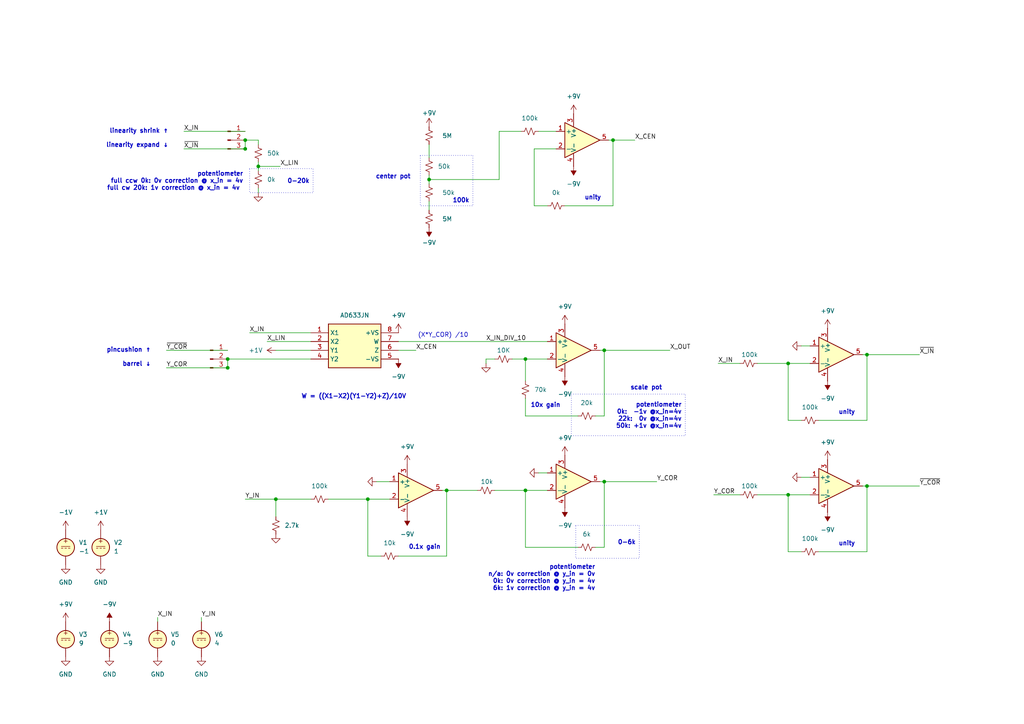
<source format=kicad_sch>
(kicad_sch (version 20231120) (generator "eeschema") (generator_version "8.0")
  (paper "A4")
  (lib_symbols
    (symbol "AD633JN:AD633JN"
      (property "Reference" "IC" (at 21.59 7.62 0))
      (property "Value" "AD633JN" (at 21.59 5.08 0))
      (symbol "AD633JN_1_1"
        (rectangle (start 5.08 2.54) (end 20.32 -10.16) (stroke (width 0.254)) (fill (type background)))
        (pin passive line (at 0 0 0) (length 5.08) (name "X1") (number "1"))
        (pin passive line (at 0 -2.54 0) (length 5.08) (name "X2") (number "2"))
        (pin passive line (at 0 -5.08 0) (length 5.08) (name "Y1") (number "3"))
        (pin passive line (at 0 -7.62 0) (length 5.08) (name "Y2") (number "4"))
        (pin passive line (at 25.4 -7.62 180) (length 5.08) (name "-VS") (number "5"))
        (pin passive line (at 25.4 -5.08 180) (length 5.08) (name "Z") (number "6"))
        (pin passive line (at 25.4 -2.54 180) (length 5.08) (name "W") (number "7"))
        (pin passive line (at 25.4 0 180) (length 5.08) (name "+VS") (number "8"))
      )
    )
    (symbol "Connector:Conn_01x03_Male" (pin_names (offset 1.016) hide)
      (property "Reference" "J" (at 0 5.08 0))
      (property "Value" "Conn_01x03_Male" (at 0 -5.08 0))
      (symbol "Conn_01x03_Male_1_1"
        (polyline (pts (xy 1.27 -2.54) (xy 0.8636 -2.54)) (stroke (width 0.1524)))
        (polyline (pts (xy 1.27 0) (xy 0.8636 0)) (stroke (width 0.1524)))
        (polyline (pts (xy 1.27 2.54) (xy 0.8636 2.54)) (stroke (width 0.1524)))
        (rectangle (start 0.8636 -2.413) (end 0 -2.667) (stroke (width 0.1524)) (fill (type outline)))
        (rectangle (start 0.8636 0.127) (end 0 -0.127) (stroke (width 0.1524)) (fill (type outline)))
        (rectangle (start 0.8636 2.667) (end 0 2.413) (stroke (width 0.1524)) (fill (type outline)))
        (pin passive line (at 5.08 2.54 180) (length 3.81) (name "Pin_1") (number "1"))
        (pin passive line (at 5.08 0 180) (length 3.81) (name "Pin_2") (number "2"))
        (pin passive line (at 5.08 -2.54 180) (length 3.81) (name "Pin_3") (number "3"))
      )
    )
    (symbol "Device:R_Small_US" (pin_numbers hide) (pin_names (offset 0.254) hide)
      (property "Reference" "R" (at 0.762 0.508 0))
      (property "Value" "R_Small_US" (at 0.762 -1.016 0))
      (symbol "R_Small_US_1_1"
        (polyline (pts (xy 0 0) (xy 1.016 -0.381) (xy 0 -0.762) (xy -1.016 -1.143) (xy 0 -1.524)))
        (polyline (pts (xy 0 1.524) (xy 1.016 1.143) (xy 0 0.762) (xy -1.016 0.381) (xy 0 0)))
        (pin passive line (at 0 2.54 270) (length 1.016) (name "~") (number "1"))
        (pin passive line (at 0 -2.54 90) (length 1.016) (name "~") (number "2"))
      )
    )
    (symbol "Simulation_SPICE:OPAMP" (pin_names (offset 0.254))
      (property "Reference" "U" (at 3.81 3.175 0))
      (property "Value" "${SIM.PARAMS}" (at 3.81 -3.175 0))
      (symbol "OPAMP_0_1"
        (polyline (pts (xy 5.08 0) (xy -5.08 5.08) (xy -5.08 -5.08) (xy 5.08 0)) (stroke (width 0.254)) (fill (type background)))
      )
      (symbol "OPAMP_1_1"
        (pin input line (at -7.62 2.54 0) (length 2.54) (name "+") (number "1"))
        (pin input line (at -7.62 -2.54 0) (length 2.54) (name "-") (number "2"))
        (pin power_in line (at -2.54 7.62 270) (length 3.81) (name "V+") (number "3"))
        (pin power_in line (at -2.54 -7.62 90) (length 3.81) (name "V-") (number "4"))
        (pin output line (at 7.62 0 180) (length 2.54) (name "~") (number "5"))
      )
    )
    (symbol "Simulation_SPICE:VDC" (pin_numbers hide) (pin_names (offset 0.0254))
      (property "Reference" "V" (at 2.54 2.54 0))
      (property "Value" "1" (at 2.54 0 0))
      (symbol "VDC_0_0"
        (polyline (pts (xy -1.27 0.254) (xy 1.27 0.254)))
        (polyline (pts (xy -0.762 -0.254) (xy -1.27 -0.254)))
        (polyline (pts (xy 0.254 -0.254) (xy -0.254 -0.254)))
        (polyline (pts (xy 1.27 -0.254) (xy 0.762 -0.254)))
        (text "+" (at 0 1.905 0) (effects (font (size 1.27 1.27))))
      )
      (symbol "VDC_0_1"
        (circle (center 0 0) (radius 2.54) (stroke (width 0.254)) (fill (type background)))
      )
      (symbol "VDC_1_1"
        (pin passive line (at 0 5.08 270) (length 2.54) (name "~") (number "1"))
        (pin passive line (at 0 -5.08 90) (length 2.54) (name "~") (number "2"))
      )
    )
    (symbol "power:+1V0" (power) (pin_numbers hide) (pin_names (offset 0) hide)
      (property "Value" "+1V0" (at 0 3.556 0))
      (symbol "+1V0_0_1"
        (polyline (pts (xy -0.762 1.27) (xy 0 2.54)))
        (polyline (pts (xy 0 0) (xy 0 2.54)))
        (polyline (pts (xy 0 2.54) (xy 0.762 1.27)))
      )
      (symbol "+1V0_1_1"
        (pin power_in line (at 0 0 90) (length 0) (name "~") (number "1"))
      )
    )
    (symbol "power:+9V" (power) (pin_numbers hide) (pin_names (offset 0) hide)
      (property "Value" "+9V" (at 0 3.556 0))
      (symbol "+9V_0_1"
        (polyline (pts (xy -0.762 1.27) (xy 0 2.54)))
        (polyline (pts (xy 0 0) (xy 0 2.54)))
        (polyline (pts (xy 0 2.54) (xy 0.762 1.27)))
      )
      (symbol "+9V_1_1"
        (pin power_in line (at 0 0 90) (length 0) (name "~") (number "1"))
      )
    )
    (symbol "power:-9V" (power) (pin_numbers hide) (pin_names (offset 0) hide)
      (property "Value" "-9V" (at 0 3.556 0))
      (symbol "-9V_0_1"
        (polyline (pts (xy 0 0) (xy 0 2.54)))
        (polyline (pts (xy 0.762 1.27) (xy -0.762 1.27) (xy 0 2.54) (xy 0.762 1.27)) (fill (type outline)))
      )
      (symbol "-9V_1_1"
        (pin power_in line (at 0 0 90) (length 0) (name "~") (number "1"))
      )
    )
    (symbol "power:GND" (power) (pin_names (offset 0))
      (property "Value" "GND" (at 0 -3.81 0))
      (symbol "GND_0_1"
        (polyline (pts (xy 0 0) (xy 0 -1.27) (xy 1.27 -1.27) (xy 0 -2.54) (xy -1.27 -1.27) (xy 0 -1.27)))
      )
      (symbol "GND_1_1"
        (pin power_in line (at 0 0 270) (length 0) hide (name "GND") (number "1"))
      )
    )
  )
  (junction (at 152.4 142.24))
  (junction (at 177.8 40.64))
  (junction (at 129.54 142.24))
  (junction (at 251.46 102.87))
  (junction (at 71.12 43.18))
  (junction (at 80.01 144.78))
  (junction (at 157.48 -52.07))
  (junction (at 66.04 104.14))
  (junction (at 124.46 52.07))
  (junction (at 228.6 105.41))
  (junction (at 175.26 139.7))
  (junction (at 132.08 -57.15))
  (junction (at 74.93 48.26))
  (junction (at 175.26 101.6))
  (junction (at 71.12 40.64))
  (junction (at 83.82 -54.61))
  (junction (at 207.01 -54.61))
  (junction (at 228.6 143.51))
  (junction (at 229.87 -54.61))
  (junction (at 251.46 140.97))
  (junction (at 66.04 106.68))
  (junction (at 106.68 144.78))
  (junction (at 252.73 -57.15))
  (junction (at 34.29 -52.07))
  (junction (at 152.4 104.14))
  (junction (at 107.95 -54.61))
  (junction (at 60.96 -52.07))
  (junction (at 184.15 -52.07))
  (wire (pts (xy 34.29 -52.07) (xy 34.29 -48.26)))
  (wire (pts (xy 48.26 101.6) (xy 66.04 101.6)))
  (wire (pts (xy 156.21 137.16) (xy 158.75 137.16)))
  (wire (pts (xy 115.57 101.6) (xy 120.65 101.6)))
  (wire (pts (xy 167.64 158.75) (xy 152.4 158.75)))
  (wire (pts (xy 49.53 -52.07) (xy 60.96 -52.07)))
  (wire (pts (xy 175.26 139.7) (xy 173.99 139.7)))
  (wire (pts (xy 144.78 38.1) (xy 151.13 38.1)))
  (wire (pts (xy 140.97 104.14) (xy 143.51 104.14)))
  (wire (pts (xy 157.48 -52.07) (xy 167.64 -52.07)))
  (wire (pts (xy 156.21 38.1) (xy 161.29 38.1)))
  (wire (pts (xy 193.04 -35.56) (xy 207.01 -35.56)))
  (wire (pts (xy 74.93 55.88) (xy 74.93 54.61)))
  (wire (pts (xy 232.41 138.43) (xy 234.95 138.43)))
  (wire (pts (xy 186.69 -57.15) (xy 190.5 -57.15)))
  (wire (pts (xy 74.93 40.64) (xy 74.93 41.91)))
  (wire (pts (xy 229.87 -54.61) (xy 229.87 -38.1)))
  (wire (pts (xy 251.46 102.87) (xy 250.19 102.87)))
  (wire (pts (xy 207.01 -35.56) (xy 207.01 -54.61)))
  (wire (pts (xy 232.41 160.02) (xy 228.6 160.02)))
  (wire (pts (xy 228.6 105.41) (xy 228.6 121.92)))
  (wire (pts (xy 58.42 179.07) (xy 58.42 180.34)))
  (wire (pts (xy 163.83 59.69) (xy 177.8 59.69)))
  (wire (pts (xy 172.72 158.75) (xy 175.26 158.75)))
  (wire (pts (xy 132.08 -57.15) (xy 135.89 -57.15)))
  (wire (pts (xy 129.54 161.29) (xy 129.54 142.24)))
  (wire (pts (xy 152.4 142.24) (xy 152.4 158.75)))
  (wire (pts (xy 152.4 104.14) (xy 158.75 104.14)))
  (wire (pts (xy 71.12 40.64) (xy 71.12 43.18)))
  (wire (pts (xy 232.41 121.92) (xy 228.6 121.92)))
  (wire (pts (xy 110.49 161.29) (xy 106.68 161.29)))
  (wire (pts (xy 66.04 104.14) (xy 66.04 106.68)))
  (wire (pts (xy 238.76 -38.1) (xy 252.73 -38.1)))
  (wire (pts (xy 251.46 121.92) (xy 251.46 102.87)))
  (wire (pts (xy 69.85 -35.56) (xy 83.82 -35.56)))
  (wire (pts (xy 111.76 -59.69) (xy 114.3 -59.69)))
  (wire (pts (xy 152.4 142.24) (xy 158.75 142.24)))
  (wire (pts (xy 95.25 144.78) (xy 106.68 144.78)))
  (wire (pts (xy 252.73 -38.1) (xy 252.73 -57.15)))
  (wire (pts (xy 184.15 -52.07) (xy 184.15 -35.56)))
  (wire (pts (xy 167.64 120.65) (xy 152.4 120.65)))
  (wire (pts (xy 124.46 52.07) (xy 144.78 52.07)))
  (wire (pts (xy 140.97 105.41) (xy 140.97 104.14)))
  (wire (pts (xy 251.46 160.02) (xy 251.46 140.97)))
  (wire (pts (xy 45.72 179.07) (xy 45.72 180.34)))
  (wire (pts (xy 34.29 -52.07) (xy 44.45 -52.07)))
  (wire (pts (xy 175.26 101.6) (xy 175.26 120.65)))
  (wire (pts (xy 237.49 160.02) (xy 251.46 160.02)))
  (wire (pts (xy 83.82 -35.56) (xy 83.82 -54.61)))
  (wire (pts (xy 80.01 144.78) (xy 80.01 149.86)))
  (wire (pts (xy 184.15 -52.07) (xy 190.5 -52.07)))
  (wire (pts (xy 107.95 -54.61) (xy 114.3 -54.61)))
  (wire (pts (xy 66.04 104.14) (xy 90.17 104.14)))
  (wire (pts (xy 72.39 96.52) (xy 90.17 96.52)))
  (wire (pts (xy 144.78 38.1) (xy 144.78 52.07)))
  (wire (pts (xy 64.77 -57.15) (xy 67.31 -57.15)))
  (wire (pts (xy 217.17 -54.61) (xy 229.87 -54.61)))
  (wire (pts (xy 74.93 48.26) (xy 74.93 46.99)))
  (wire (pts (xy 129.54 142.24) (xy 128.27 142.24)))
  (wire (pts (xy 251.46 102.87) (xy 266.7 102.87)))
  (wire (pts (xy 60.96 -52.07) (xy 60.96 -35.56)))
  (wire (pts (xy 77.47 99.06) (xy 90.17 99.06)))
  (wire (pts (xy 60.96 -52.07) (xy 67.31 -52.07)))
  (wire (pts (xy 64.77 -35.56) (xy 60.96 -35.56)))
  (wire (pts (xy 48.26 106.68) (xy 66.04 106.68)))
  (wire (pts (xy 115.57 99.06) (xy 158.75 99.06)))
  (wire (pts (xy 106.68 144.78) (xy 113.03 144.78)))
  (wire (pts (xy 229.87 -59.69) (xy 236.22 -59.69)))
  (wire (pts (xy 229.87 -54.61) (xy 236.22 -54.61)))
  (wire (pts (xy 71.12 40.64) (xy 74.93 40.64)))
  (wire (pts (xy 25.4 -52.07) (xy 34.29 -52.07)))
  (wire (pts (xy 252.73 -57.15) (xy 251.46 -57.15)))
  (wire (pts (xy 148.59 104.14) (xy 152.4 104.14)))
  (wire (pts (xy 208.28 105.41) (xy 214.63 105.41)))
  (wire (pts (xy 124.46 52.07) (xy 124.46 50.8)))
  (wire (pts (xy 158.75 59.69) (xy 154.94 59.69)))
  (wire (pts (xy 251.46 140.97) (xy 266.7 140.97)))
  (wire (pts (xy 74.93 48.26) (xy 81.28 48.26)))
  (wire (pts (xy 207.01 -54.61) (xy 212.09 -54.61)))
  (wire (pts (xy 154.94 43.18) (xy 154.94 59.69)))
  (wire (pts (xy 124.46 53.34) (xy 124.46 52.07)))
  (wire (pts (xy 175.26 139.7) (xy 190.5 139.7)))
  (wire (pts (xy 93.98 -54.61) (xy 107.95 -54.61)))
  (wire (pts (xy 177.8 59.69) (xy 177.8 40.64)))
  (wire (pts (xy 115.57 161.29) (xy 129.54 161.29)))
  (wire (pts (xy 228.6 143.51) (xy 234.95 143.51)))
  (wire (pts (xy 118.11 -34.29) (xy 132.08 -34.29)))
  (wire (pts (xy 172.72 -52.07) (xy 184.15 -52.07)))
  (wire (pts (xy 175.26 158.75) (xy 175.26 139.7)))
  (wire (pts (xy 228.6 105.41) (xy 234.95 105.41)))
  (wire (pts (xy 124.46 58.42) (xy 124.46 60.96)))
  (wire (pts (xy 252.73 -57.15) (xy 267.97 -57.15)))
  (wire (pts (xy 80.01 101.6) (xy 90.17 101.6)))
  (wire (pts (xy 152.4 104.14) (xy 152.4 110.49)))
  (wire (pts (xy 106.68 144.78) (xy 106.68 161.29)))
  (wire (pts (xy 74.93 49.53) (xy 74.93 48.26)))
  (wire (pts (xy 232.41 100.33) (xy 234.95 100.33)))
  (wire (pts (xy 207.01 -54.61) (xy 205.74 -54.61)))
  (wire (pts (xy 154.94 43.18) (xy 161.29 43.18)))
  (wire (pts (xy 83.82 -54.61) (xy 82.55 -54.61)))
  (wire (pts (xy 207.01 143.51) (xy 214.63 143.51)))
  (wire (pts (xy 172.72 120.65) (xy 175.26 120.65)))
  (wire (pts (xy 124.46 41.91) (xy 124.46 45.72)))
  (wire (pts (xy 80.01 144.78) (xy 90.17 144.78)))
  (wire (pts (xy 175.26 101.6) (xy 194.31 101.6)))
  (wire (pts (xy 219.71 105.41) (xy 228.6 105.41)))
  (wire (pts (xy 107.95 -54.61) (xy 107.95 -34.29)))
  (wire (pts (xy 132.08 -34.29) (xy 132.08 -57.15)))
  (wire (pts (xy 237.49 121.92) (xy 251.46 121.92)))
  (wire (pts (xy 109.22 139.7) (xy 113.03 139.7)))
  (wire (pts (xy 53.34 43.18) (xy 71.12 43.18)))
  (wire (pts (xy 83.82 -54.61) (xy 88.9 -54.61)))
  (wire (pts (xy 143.51 142.24) (xy 152.4 142.24)))
  (wire (pts (xy 71.12 144.78) (xy 80.01 144.78)))
  (wire (pts (xy 175.26 101.6) (xy 173.99 101.6)))
  (wire (pts (xy 113.03 -34.29) (xy 107.95 -34.29)))
  (wire (pts (xy 129.54 -57.15) (xy 132.08 -57.15)))
  (wire (pts (xy 177.8 40.64) (xy 176.53 40.64)))
  (wire (pts (xy 152.4 115.57) (xy 152.4 120.65)))
  (wire (pts (xy 233.68 -38.1) (xy 229.87 -38.1)))
  (wire (pts (xy 177.8 40.64) (xy 184.15 40.64)))
  (wire (pts (xy 129.54 142.24) (xy 138.43 142.24)))
  (wire (pts (xy 157.48 -52.07) (xy 157.48 -46.99)))
  (wire (pts (xy 251.46 140.97) (xy 250.19 140.97)))
  (wire (pts (xy 219.71 143.51) (xy 228.6 143.51)))
  (wire (pts (xy 53.34 38.1) (xy 71.12 38.1)))
  (wire (pts (xy 148.59 -52.07) (xy 157.48 -52.07)))
  (wire (pts (xy 187.96 -35.56) (xy 184.15 -35.56)))
  (wire (pts (xy 228.6 143.51) (xy 228.6 160.02)))
  (text_box "0-6k" (at 167.005 152.4 0) (size 18.415 9.525) (stroke (width 0) (type dot)) (effects (font (size 1.27 1.27) (thickness 0.254) (bold yes)) (justify right)))
  (text_box "\n100k\n" (at 121.92 45.085 0) (size 15.24 14.605) (stroke (width 0) (type dot)) (effects (font (size 1.27 1.27) (thickness 0.254) (bold yes)) (justify right bottom)))
  (text_box "potentiometer\n0k:  -1v @x_in=4v\n22k:  0v @x_in=4v\n50k: +1v @x_in=4v\n" (at 165.735 114.3 0) (size 33.02 12.065) (stroke (width 0) (type dot)) (effects (font (size 1.27 1.27) (thickness 0.254) (bold yes)) (justify right)))
  (text_box "0-20k" (at 72.39 48.895 0) (size 18.415 6.985) (stroke (width 0) (type dot)) (effects (font (size 1.27 1.27) (thickness 0.254) (bold yes)) (justify right)))
  (text "linearity shrink ↑\n\nlinearity expand ↓" (at 49.022 40.132 0) (effects (font (size 1.27 1.27) (thickness 0.254) (bold yes)) (justify right)))
  (text "W = ((X1−X2)(Y1−Y2)+Z)/10V" (at 102.616 115.062 0) (effects (font (size 1.27 1.27) (thickness 0.254) (bold yes))))
  (text "unity\n" (at 245.618 157.734 0) (effects (font (size 1.27 1.27) (thickness 0.254) (bold yes))))
  (text "pincushion ↑\n\nbarrel ↓" (at 43.942 103.632 0) (effects (font (size 1.27 1.27) (thickness 0.254) (bold yes)) (justify right)))
  (text "(X*Y_COR) /10" (at 128.524 97.282 0) (effects (font (size 1.27 1.27))))
  (text "unity\n" (at 245.618 119.634 0) (effects (font (size 1.27 1.27) (thickness 0.254) (bold yes))))
  (text "10x gain" (at 158.242 117.602 0) (effects (font (size 1.27 1.27) (thickness 0.254) (bold yes))))
  (text "center pot\n" (at 114.046 51.308 0) (effects (font (size 1.27 1.27) (thickness 0.254) (bold yes))))
  (text "unity\n" (at 171.958 57.404 0) (effects (font (size 1.27 1.27) (thickness 0.254) (bold yes))))
  (text "potentiometer\nfull ccw 0k: 0v correction @ x_in = 4v\nfull cw 20k: 1v correction @ x_in = 4v \n" (at 70.612 52.578 0) (effects (font (size 1.27 1.27) (thickness 0.254) (bold yes)) (justify right)))
  (text "potentiometer\nn/a: 0v correction @ y_in = 0v\n0k: 0v correction @ y_in = 4v\n6k: 1v correction @ y_in = 4v\n" (at 172.72 167.64 0) (effects (font (size 1.27 1.27) (thickness 0.254) (bold yes)) (justify right)))
  (text "0.1x gain" (at 123.19 158.75 0) (effects (font (size 1.27 1.27) (thickness 0.254) (bold yes))))
  (text "scale pot" (at 187.452 112.522 0) (effects (font (size 1.27 1.27) (thickness 0.254) (bold yes))))
  (text "0.63 gain" (at 200.66 -38.1 0) (effects (font (size 1.27 1.27))))
  (text "2x gain" (at 127 -37.846 0) (effects (font (size 1.27 1.27) (bold yes))))
  (label "Y_COR" (at 190.5 139.7 0))
  (label "X_CEN" (at 120.65 101.6 0))
  (label "X_IN" (at 72.39 96.52 0))
  (label "X_OUT" (at 135.89 -57.15 0))
  (label "X_IN" (at 53.34 38.1 0))
  (label "Y_IN" (at 71.12 144.78 0))
  (label "Y_IN" (at 58.42 179.07 0))
  (label "X_IN" (at 208.28 105.41 0))
  (label "X_IN" (at 45.72 179.07 0))
  (label "R_OUT" (at 267.97 -57.15 0))
  (label "~{Y_COR}" (at 266.7 140.97 0))
  (label "X_IN_DIV_10" (at 140.97 99.06 0))
  (label "X_LIN" (at 77.47 99.06 0))
  (label "X_LIN" (at 81.28 48.26 0))
  (label "X_IN" (at 25.4 -52.07 0))
  (label "R_IN" (at 148.59 -52.07 0))
  (label "~{X_IN}" (at 53.34 43.18 0))
  (label "X_OUT" (at 194.31 101.6 0))
  (label "~{X_IN}" (at 266.7 102.87 0))
  (label "Y_COR" (at 207.01 143.51 0))
  (label "~{Y_COR}" (at 48.26 101.6 0))
  (label "Y_COR" (at 48.26 106.68 0))
  (label "X_CEN" (at 184.15 40.64 0))
  (symbol (lib_id "power:-9V") (at 166.37 48.26 180) (unit 1) (in_bom no) (on_board no)
    (property "Reference" "#PWR091" (effects (hide yes)))
    (property "Value" "-9V" (at 166.37 53.34 0))
    (property "Description" "Power symbol creates a global label with name \"-9V\"" (effects (hide yes)))
  )
  (symbol (lib_id "Simulation_SPICE:OPAMP") (at 74.93 -54.61 0) (unit 1) (exclude_from_sim yes) (in_bom no) (on_board no)
    (property "Reference" "U12" (effects (hide yes)))
    (property "Value" "${SIM.PARAMS}" (at 82.55 -57.7535 0))
    (property "Datasheet" "https://ngspice.sourceforge.io/docs/ngspice-html-manual/manual.xhtml#sec__SUBCKT_Subcircuits" (effects (hide yes)))
    (property "Description" "Operational amplifier, single, node sequence=1:+ 2:- 3:OUT 4:V+ 5:V-" (effects (hide yes)))
    (property "Sim.Pins" "1=in+ 2=in- 3=vcc 4=vee 5=out" (effects (hide yes)))
    (property "Sim.Device" "SUBCKT" (effects (hide yes)))
    (property "Sim.Library" "${KICAD7_SYMBOL_DIR}/Simulation_SPICE.sp" (effects (hide yes)))
    (property "Sim.Name" "kicad_builtin_opamp" (effects (hide yes)))
  )
  (symbol (lib_id "Connector:Conn_01x03_Male") (at 60.96 104.14 0) (unit 1) (exclude_from_sim yes) (in_bom no) (on_board no)
    (property "Reference" "J9" (effects (hide yes)))
    (property "Value" "Conn_01x03_Male" (effects (hide yes)))
    (property "Footprint" "Connector_PinHeader_2.54mm:PinHeader_1x03_P2.54mm_Vertical" (effects (hide yes)))
  )
  (symbol (lib_id "power:-9V") (at 118.11 149.86 180) (unit 1) (in_bom no) (on_board no)
    (property "Reference" "#PWR0111" (effects (hide yes)))
    (property "Value" "-9V" (at 118.11 154.94 0))
    (property "Description" "Power symbol creates a global label with name \"-9V\"" (effects (hide yes)))
  )
  (symbol (lib_id "Device:R_Small_US") (at 124.46 48.26 180) (unit 1) (in_bom no) (on_board no)
    (property "Reference" "R42" (effects (hide yes)))
    (property "Value" "50k" (at 127 48.2599 0) (effects (justify right)))
    (property "Footprint" "Resistor_THT:R_Axial_DIN0207_L6.3mm_D2.5mm_P10.16mm_Horizontal" (effects (hide yes)))
  )
  (symbol (lib_id "power:+9V") (at 119.38 -64.77 0) (unit 1) (exclude_from_sim yes) (in_bom no) (on_board no)
    (property "Reference" "#PWR075" (effects (hide yes)))
    (property "Value" "+9V" (at 119.38 -69.85 0))
    (property "Description" "Power symbol creates a global label with name \"+9V\"" (effects (hide yes)))
  )
  (symbol (lib_id "power:+9V") (at 240.03 95.25 0) (unit 1) (in_bom no) (on_board no)
    (property "Reference" "#PWR095" (effects (hide yes)))
    (property "Value" "+9V" (at 240.03 90.17 0))
    (property "Description" "Power symbol creates a global label with name \"+9V\"" (effects (hide yes)))
  )
  (symbol (lib_id "Simulation_SPICE:OPAMP") (at 166.37 101.6 0) (unit 1) (in_bom no) (on_board no)
    (property "Reference" "U15" (effects (hide yes)))
    (property "Value" "${SIM.PARAMS}" (at 173.99 98.4565 0))
    (property "Datasheet" "https://ngspice.sourceforge.io/docs/ngspice-html-manual/manual.xhtml#sec__SUBCKT_Subcircuits" (effects (hide yes)))
    (property "Description" "Operational amplifier, single, node sequence=1:+ 2:- 3:OUT 4:V+ 5:V-" (effects (hide yes)))
    (property "Sim.Pins" "1=in+ 2=in- 3=vcc 4=vee 5=out" (effects (hide yes)))
    (property "Sim.Device" "SUBCKT" (effects (hide yes)))
    (property "Sim.Library" "${KICAD7_SYMBOL_DIR}/Simulation_SPICE.sp" (effects (hide yes)))
    (property "Sim.Name" "kicad_builtin_opamp" (effects (hide yes)))
  )
  (symbol (lib_id "Device:R_Small_US") (at 170.18 120.65 90) (unit 1) (in_bom no) (on_board no)
    (property "Reference" "R50" (effects (hide yes)))
    (property "Value" "20k" (at 170.18 116.84 90))
    (property "Footprint" "Resistor_THT:R_Axial_DIN0207_L6.3mm_D2.5mm_P10.16mm_Horizontal" (effects (hide yes)))
  )
  (symbol (lib_id "power:GND") (at 64.77 -57.15 270) (unit 1) (exclude_from_sim yes) (in_bom no) (on_board no)
    (property "Reference" "#PWR081" (effects (hide yes)))
    (property "Value" "GND" (effects (hide yes)))
  )
  (symbol (lib_id "power:-9V") (at 115.57 104.14 180) (unit 1) (in_bom no) (on_board no)
    (property "Reference" "#PWR099" (effects (hide yes)))
    (property "Value" "-9V" (at 115.57 109.22 0))
    (property "Description" "Power symbol creates a global label with name \"-9V\"" (effects (hide yes)))
  )
  (symbol (lib_id "power:GND") (at 80.01 154.94 0) (unit 1) (in_bom no) (on_board no)
    (property "Reference" "#PWR0114" (effects (hide yes)))
    (property "Value" "GND" (effects (hide yes)))
  )
  (symbol (lib_id "Simulation_SPICE:VDC") (at 31.75 185.42 0) (unit 1) (in_bom no) (on_board no)
    (property "Reference" "V4" (at 35.56 184.0201 0) (effects (justify left)))
    (property "Value" "-9" (at 35.56 186.5601 0) (effects (justify left)))
    (property "Datasheet" "https://ngspice.sourceforge.io/docs/ngspice-html-manual/manual.xhtml#sec_Independent_Sources_for" (effects (hide yes)))
    (property "Description" "Voltage source, DC" (effects (hide yes)))
    (property "Sim.Pins" "1=+ 2=-" (effects (hide yes)))
    (property "Sim.Type" "DC" (effects (hide yes)))
    (property "Sim.Device" "V" (effects (hide yes)))
  )
  (symbol (lib_id "power:+1V0") (at 19.05 153.67 0) (unit 1) (in_bom no) (on_board no)
    (property "Reference" "#PWR0112" (effects (hide yes)))
    (property "Value" "-1V" (at 19.05 148.59 0))
    (property "Description" "Power symbol creates a global label with name \"+1V0\"" (effects (hide yes)))
  )
  (symbol (lib_id "power:-9V") (at 195.58 -46.99 180) (unit 1) (exclude_from_sim yes) (in_bom no) (on_board no)
    (property "Reference" "#PWR086" (effects (hide yes)))
    (property "Value" "-9V" (at 195.58 -41.91 0))
    (property "Description" "Power symbol creates a global label with name \"-9V\"" (effects (hide yes)))
  )
  (symbol (lib_id "Device:R_Small_US") (at 46.99 -52.07 90) (unit 1) (exclude_from_sim yes) (in_bom no) (on_board no)
    (property "Reference" "R31" (effects (hide yes)))
    (property "Value" "10k" (at 46.99 -55.88 90))
    (property "Footprint" "Resistor_THT:R_Axial_DIN0207_L6.3mm_D2.5mm_P10.16mm_Horizontal" (effects (hide yes)))
  )
  (symbol (lib_id "Simulation_SPICE:VDC") (at 58.42 185.42 0) (unit 1) (in_bom no) (on_board no)
    (property "Reference" "V6" (at 62.23 184.0201 0) (effects (justify left)))
    (property "Value" "4" (at 62.23 186.5601 0) (effects (justify left)))
    (property "Datasheet" "https://ngspice.sourceforge.io/docs/ngspice-html-manual/manual.xhtml#sec_Independent_Sources_for" (effects (hide yes)))
    (property "Description" "Voltage source, DC" (effects (hide yes)))
    (property "Sim.Pins" "1=+ 2=-" (effects (hide yes)))
    (property "Sim.Type" "DC" (effects (hide yes)))
    (property "Sim.Device" "V" (effects (hide yes)))
  )
  (symbol (lib_id "power:GND") (at 31.75 190.5 0) (unit 1) (in_bom no) (on_board no)
    (property "Reference" "#PWR0120" (effects (hide yes)))
    (property "Value" "GND" (at 31.75 195.58 0))
    (property "Description" "Power symbol creates a global label with name \"GND\" , ground" (effects (hide yes)))
  )
  (symbol (lib_id "Device:R_Small_US") (at 214.63 -54.61 90) (unit 1) (exclude_from_sim yes) (in_bom no) (on_board no)
    (property "Reference" "R30" (effects (hide yes)))
    (property "Value" "10k" (at 214.63 -58.42 90))
    (property "Footprint" "Resistor_THT:R_Axial_DIN0207_L6.3mm_D2.5mm_P10.16mm_Horizontal" (effects (hide yes)))
  )
  (symbol (lib_id "Simulation_SPICE:OPAMP") (at 243.84 -57.15 0) (unit 1) (exclude_from_sim yes) (in_bom no) (on_board no)
    (property "Reference" "U11" (effects (hide yes)))
    (property "Value" "${SIM.PARAMS}" (at 251.46 -60.2935 0))
    (property "Datasheet" "https://ngspice.sourceforge.io/docs/ngspice-html-manual/manual.xhtml#sec__SUBCKT_Subcircuits" (effects (hide yes)))
    (property "Description" "Operational amplifier, single, node sequence=1:+ 2:- 3:OUT 4:V+ 5:V-" (effects (hide yes)))
    (property "Sim.Pins" "1=in+ 2=in- 3=vcc 4=vee 5=out" (effects (hide yes)))
    (property "Sim.Device" "SUBCKT" (effects (hide yes)))
    (property "Sim.Library" "${KICAD7_SYMBOL_DIR}/Simulation_SPICE.sp" (effects (hide yes)))
    (property "Sim.Name" "kicad_builtin_opamp" (effects (hide yes)))
  )
  (symbol (lib_id "power:GND") (at 19.05 163.83 0) (unit 1) (in_bom no) (on_board no)
    (property "Reference" "#PWR0115" (effects (hide yes)))
    (property "Value" "GND" (at 19.05 168.91 0))
    (property "Description" "Power symbol creates a global label with name \"GND\" , ground" (effects (hide yes)))
  )
  (symbol (lib_id "power:+9V") (at 195.58 -62.23 0) (unit 1) (exclude_from_sim yes) (in_bom no) (on_board no)
    (property "Reference" "#PWR078" (effects (hide yes)))
    (property "Value" "+9V" (at 195.58 -67.31 0))
    (property "Description" "Power symbol creates a global label with name \"+9V\"" (effects (hide yes)))
  )
  (symbol (lib_id "Device:R_Small_US") (at 92.71 144.78 90) (unit 1) (in_bom no) (on_board no)
    (property "Reference" "R54" (effects (hide yes)))
    (property "Value" "100k" (at 92.71 140.97 90))
    (property "Footprint" "Resistor_THT:R_Axial_DIN0207_L6.3mm_D2.5mm_P10.16mm_Horizontal" (effects (hide yes)))
  )
  (symbol (lib_id "power:+9V") (at 72.39 -62.23 0) (unit 1) (exclude_from_sim yes) (in_bom no) (on_board no)
    (property "Reference" "#PWR077" (effects (hide yes)))
    (property "Value" "+9V" (at 72.39 -67.31 0))
    (property "Description" "Power symbol creates a global label with name \"+9V\"" (effects (hide yes)))
  )
  (symbol (lib_id "power:-9V") (at 241.3 -49.53 180) (unit 1) (exclude_from_sim yes) (in_bom no) (on_board no)
    (property "Reference" "#PWR084" (effects (hide yes)))
    (property "Value" "-9V" (at 241.3 -44.45 0))
    (property "Description" "Power symbol creates a global label with name \"-9V\"" (effects (hide yes)))
  )
  (symbol (lib_id "Device:R_Small_US") (at 74.93 44.45 180) (unit 1) (in_bom no) (on_board no)
    (property "Reference" "R41" (effects (hide yes)))
    (property "Value" "50k" (at 77.47 44.4499 0) (effects (justify right)))
    (property "Footprint" "Resistor_THT:R_Axial_DIN0207_L6.3mm_D2.5mm_P10.16mm_Horizontal" (effects (hide yes)))
  )
  (symbol (lib_id "Simulation_SPICE:VDC") (at 45.72 185.42 0) (unit 1) (in_bom no) (on_board no)
    (property "Reference" "V5" (at 49.53 184.0201 0) (effects (justify left)))
    (property "Value" "0" (at 49.53 186.5601 0) (effects (justify left)))
    (property "Datasheet" "https://ngspice.sourceforge.io/docs/ngspice-html-manual/manual.xhtml#sec_Independent_Sources_for" (effects (hide yes)))
    (property "Description" "Voltage source, DC" (effects (hide yes)))
    (property "Sim.Pins" "1=+ 2=-" (effects (hide yes)))
    (property "Sim.Type" "DC" (effects (hide yes)))
    (property "Sim.Device" "V" (effects (hide yes)))
  )
  (symbol (lib_id "power:GND") (at 29.21 163.83 0) (unit 1) (in_bom no) (on_board no)
    (property "Reference" "#PWR0116" (effects (hide yes)))
    (property "Value" "GND" (at 29.21 168.91 0))
    (property "Description" "Power symbol creates a global label with name \"GND\" , ground" (effects (hide yes)))
  )
  (symbol (lib_id "Device:R_Small_US") (at 113.03 161.29 90) (unit 1) (in_bom no) (on_board no)
    (property "Reference" "R58" (effects (hide yes)))
    (property "Value" "10k" (at 113.03 157.48 90))
    (property "Footprint" "Resistor_THT:R_Axial_DIN0207_L6.3mm_D2.5mm_P10.16mm_Horizontal" (effects (hide yes)))
  )
  (symbol (lib_id "Device:R_Small_US") (at 170.18 -52.07 90) (unit 1) (exclude_from_sim yes) (in_bom no) (on_board no)
    (property "Reference" "R32" (effects (hide yes)))
    (property "Value" "10k" (at 170.18 -55.88 90))
    (property "Footprint" "Resistor_THT:R_Axial_DIN0207_L6.3mm_D2.5mm_P10.16mm_Horizontal" (effects (hide yes)))
  )
  (symbol (lib_id "power:+9V") (at 115.57 96.52 0) (unit 1) (in_bom no) (on_board no)
    (property "Reference" "#PWR096" (effects (hide yes)))
    (property "Value" "+9V" (at 115.57 91.44 0))
    (property "Description" "Power symbol creates a global label with name \"+9V\"" (effects (hide yes)))
  )
  (symbol (lib_id "Simulation_SPICE:OPAMP") (at 121.92 -57.15 0) (unit 1) (exclude_from_sim yes) (in_bom no) (on_board no)
    (property "Reference" "U10" (effects (hide yes)))
    (property "Value" "${SIM.PARAMS}" (at 129.54 -60.2935 0))
    (property "Datasheet" "https://ngspice.sourceforge.io/docs/ngspice-html-manual/manual.xhtml#sec__SUBCKT_Subcircuits" (effects (hide yes)))
    (property "Description" "Operational amplifier, single, node sequence=1:+ 2:- 3:OUT 4:V+ 5:V-" (effects (hide yes)))
    (property "Sim.Pins" "1=in+ 2=in- 3=vcc 4=vee 5=out" (effects (hide yes)))
    (property "Sim.Device" "SUBCKT" (effects (hide yes)))
    (property "Sim.Library" "${KICAD7_SYMBOL_DIR}/Simulation_SPICE.sp" (effects (hide yes)))
    (property "Sim.Name" "kicad_builtin_opamp" (effects (hide yes)))
  )
  (symbol (lib_id "power:-9V") (at 72.39 -46.99 180) (unit 1) (exclude_from_sim yes) (in_bom no) (on_board no)
    (property "Reference" "#PWR085" (effects (hide yes)))
    (property "Value" "-9V" (at 72.39 -41.91 0))
    (property "Description" "Power symbol creates a global label with name \"-9V\"" (effects (hide yes)))
  )
  (symbol (lib_id "Device:R_Small_US") (at 67.31 -35.56 90) (unit 1) (exclude_from_sim yes) (in_bom no) (on_board no)
    (property "Reference" "R36" (effects (hide yes)))
    (property "Value" "10K" (at 67.31 -39.37 90))
    (property "Footprint" "Resistor_THT:R_Axial_DIN0207_L6.3mm_D2.5mm_P10.16mm_Horizontal" (effects (hide yes)))
  )
  (symbol (lib_id "power:GND") (at 232.41 100.33 270) (unit 1) (in_bom no) (on_board no)
    (property "Reference" "#PWR097" (effects (hide yes)))
    (property "Value" "GND" (effects (hide yes)))
  )
  (symbol (lib_id "Simulation_SPICE:OPAMP") (at 168.91 40.64 0) (unit 1) (in_bom no) (on_board no)
    (property "Reference" "U14" (effects (hide yes)))
    (property "Value" "${SIM.PARAMS}" (at 176.53 37.4965 0))
    (property "Datasheet" "https://ngspice.sourceforge.io/docs/ngspice-html-manual/manual.xhtml#sec__SUBCKT_Subcircuits" (effects (hide yes)))
    (property "Description" "Operational amplifier, single, node sequence=1:+ 2:- 3:OUT 4:V+ 5:V-" (effects (hide yes)))
    (property "Sim.Pins" "1=in+ 2=in- 3=vcc 4=vee 5=out" (effects (hide yes)))
    (property "Sim.Device" "SUBCKT" (effects (hide yes)))
    (property "Sim.Library" "${KICAD7_SYMBOL_DIR}/Simulation_SPICE.sp" (effects (hide yes)))
    (property "Sim.Name" "kicad_builtin_opamp" (effects (hide yes)))
  )
  (symbol (lib_id "power:+9V") (at 241.3 -64.77 0) (unit 1) (exclude_from_sim yes) (in_bom no) (on_board no)
    (property "Reference" "#PWR076" (effects (hide yes)))
    (property "Value" "+9V" (at 241.3 -69.85 0))
    (property "Description" "Power symbol creates a global label with name \"+9V\"" (effects (hide yes)))
  )
  (symbol (lib_id "power:+9V") (at 163.83 132.08 0) (unit 1) (in_bom no) (on_board no)
    (property "Reference" "#PWR0103" (effects (hide yes)))
    (property "Value" "+9V" (at 163.83 127 0))
    (property "Description" "Power symbol creates a global label with name \"+9V\"" (effects (hide yes)))
  )
  (symbol (lib_id "power:+1V0") (at 229.87 -59.69 0) (unit 1) (exclude_from_sim yes) (in_bom no) (on_board no)
    (property "Reference" "#PWR080" (effects (hide yes)))
    (property "Value" "+0V5" (at 229.87 -64.77 0))
    (property "Description" "Power symbol creates a global label with name \"+1V0\"" (effects (hide yes)))
  )
  (symbol (lib_id "power:GND") (at 111.76 -59.69 270) (unit 1) (exclude_from_sim yes) (in_bom no) (on_board no)
    (property "Reference" "#PWR079" (effects (hide yes)))
    (property "Value" "GND" (effects (hide yes)))
  )
  (symbol (lib_id "Device:R_Small_US") (at 157.48 -44.45 180) (unit 1) (exclude_from_sim yes) (in_bom no) (on_board no)
    (property "Reference" "R34" (effects (hide yes)))
    (property "Value" "2.7k" (at 160.02 -43.1801 0) (effects (justify right)))
    (property "Footprint" "Resistor_THT:R_Axial_DIN0207_L6.3mm_D2.5mm_P10.16mm_Horizontal" (effects (hide yes)))
  )
  (symbol (lib_id "Device:R_Small_US") (at 124.46 63.5 180) (unit 1) (in_bom no) (on_board no)
    (property "Reference" "R46" (effects (hide yes)))
    (property "Value" "5M" (at 128.27 63.4999 0) (effects (justify right)))
    (property "Footprint" "Resistor_THT:R_Axial_DIN0207_L6.3mm_D2.5mm_P10.16mm_Horizontal" (effects (hide yes)))
  )
  (symbol (lib_id "Device:R_Small_US") (at 152.4 113.03 180) (unit 1) (in_bom no) (on_board no)
    (property "Reference" "R49" (effects (hide yes)))
    (property "Value" "70k" (at 154.94 113.0299 0) (effects (justify right)))
    (property "Footprint" "Resistor_THT:R_Axial_DIN0207_L6.3mm_D2.5mm_P10.16mm_Horizontal" (effects (hide yes)))
  )
  (symbol (lib_id "power:GND") (at 109.22 139.7 270) (unit 1) (in_bom no) (on_board no)
    (property "Reference" "#PWR0108" (effects (hide yes)))
    (property "Value" "GND" (effects (hide yes)))
  )
  (symbol (lib_id "Simulation_SPICE:VDC") (at 19.05 185.42 0) (unit 1) (in_bom no) (on_board no)
    (property "Reference" "V3" (at 22.86 184.0201 0) (effects (justify left)))
    (property "Value" "9" (at 22.86 186.5601 0) (effects (justify left)))
    (property "Datasheet" "https://ngspice.sourceforge.io/docs/ngspice-html-manual/manual.xhtml#sec_Independent_Sources_for" (effects (hide yes)))
    (property "Description" "Voltage source, DC" (effects (hide yes)))
    (property "Sim.Pins" "1=+ 2=-" (effects (hide yes)))
    (property "Sim.Type" "DC" (effects (hide yes)))
    (property "Sim.Device" "V" (effects (hide yes)))
  )
  (symbol (lib_id "Device:R_Small_US") (at 234.95 121.92 90) (unit 1) (in_bom no) (on_board no)
    (property "Reference" "R51" (effects (hide yes)))
    (property "Value" "100k" (at 234.95 118.11 90))
    (property "Footprint" "Resistor_THT:R_Axial_DIN0207_L6.3mm_D2.5mm_P10.16mm_Horizontal" (effects (hide yes)))
  )
  (symbol (lib_id "power:GND") (at 186.69 -57.15 270) (unit 1) (exclude_from_sim yes) (in_bom no) (on_board no)
    (property "Reference" "#PWR082" (effects (hide yes)))
    (property "Value" "GND" (effects (hide yes)))
  )
  (symbol (lib_id "Simulation_SPICE:OPAMP") (at 198.12 -54.61 0) (unit 1) (exclude_from_sim yes) (in_bom no) (on_board no)
    (property "Reference" "U13" (effects (hide yes)))
    (property "Value" "${SIM.PARAMS}" (at 205.74 -57.7535 0))
    (property "Datasheet" "https://ngspice.sourceforge.io/docs/ngspice-html-manual/manual.xhtml#sec__SUBCKT_Subcircuits" (effects (hide yes)))
    (property "Description" "Operational amplifier, single, node sequence=1:+ 2:- 3:OUT 4:V+ 5:V-" (effects (hide yes)))
    (property "Sim.Pins" "1=in+ 2=in- 3=vcc 4=vee 5=out" (effects (hide yes)))
    (property "Sim.Device" "SUBCKT" (effects (hide yes)))
    (property "Sim.Library" "${KICAD7_SYMBOL_DIR}/Simulation_SPICE.sp" (effects (hide yes)))
    (property "Sim.Name" "kicad_builtin_opamp" (effects (hide yes)))
  )
  (symbol (lib_id "power:+1V0") (at 29.21 153.67 0) (unit 1) (in_bom no) (on_board no)
    (property "Reference" "#PWR0113" (effects (hide yes)))
    (property "Value" "+1V" (at 29.21 148.59 0))
    (property "Description" "Power symbol creates a global label with name \"+1V0\"" (effects (hide yes)))
  )
  (symbol (lib_id "power:+9V") (at 163.83 93.98 0) (unit 1) (in_bom no) (on_board no)
    (property "Reference" "#PWR094" (effects (hide yes)))
    (property "Value" "+9V" (at 163.83 88.9 0))
    (property "Description" "Power symbol creates a global label with name \"+9V\"" (effects (hide yes)))
  )
  (symbol (lib_id "power:+9V") (at 124.46 36.83 0) (unit 1) (in_bom no) (on_board no)
    (property "Reference" "#PWR090" (effects (hide yes)))
    (property "Value" "+9V" (at 124.46 32.766 0))
    (property "Description" "Power symbol creates a global label with name \"+9V\"" (effects (hide yes)))
  )
  (symbol (lib_id "power:+9V") (at 118.11 134.62 0) (unit 1) (in_bom no) (on_board no)
    (property "Reference" "#PWR0105" (effects (hide yes)))
    (property "Value" "+9V" (at 118.11 129.54 0))
    (property "Description" "Power symbol creates a global label with name \"+9V\"" (effects (hide yes)))
  )
  (symbol (lib_id "Device:R_Small_US") (at 234.95 160.02 90) (unit 1) (in_bom no) (on_board no)
    (property "Reference" "R57" (effects (hide yes)))
    (property "Value" "100k" (at 234.95 156.21 90))
    (property "Footprint" "Resistor_THT:R_Axial_DIN0207_L6.3mm_D2.5mm_P10.16mm_Horizontal" (effects (hide yes)))
  )
  (symbol (lib_id "power:-9V") (at 31.75 180.34 0) (unit 1) (in_bom no) (on_board no)
    (property "Reference" "#PWR0118" (effects (hide yes)))
    (property "Value" "-9V" (at 31.75 175.26 0))
    (property "Description" "Power symbol creates a global label with name \"-9V\"" (effects (hide yes)))
  )
  (symbol (lib_id "Device:R_Small_US") (at 170.18 158.75 90) (unit 1) (in_bom no) (on_board no)
    (property "Reference" "R56" (effects (hide yes)))
    (property "Value" "6k" (at 170.18 154.94 90))
    (property "Footprint" "Resistor_THT:R_Axial_DIN0207_L6.3mm_D2.5mm_P10.16mm_Horizontal" (effects (hide yes)))
  )
  (symbol (lib_id "power:+9V") (at 166.37 33.02 0) (unit 1) (in_bom no) (on_board no)
    (property "Reference" "#PWR089" (effects (hide yes)))
    (property "Value" "+9V" (at 166.37 27.94 0))
    (property "Description" "Power symbol creates a global label with name \"+9V\"" (effects (hide yes)))
  )
  (symbol (lib_id "Simulation_SPICE:OPAMP") (at 120.65 142.24 0) (unit 1) (in_bom no) (on_board no)
    (property "Reference" "U19" (effects (hide yes)))
    (property "Value" "${SIM.PARAMS}" (at 128.27 139.0965 0))
    (property "Datasheet" "https://ngspice.sourceforge.io/docs/ngspice-html-manual/manual.xhtml#sec__SUBCKT_Subcircuits" (effects (hide yes)))
    (property "Description" "Operational amplifier, single, node sequence=1:+ 2:- 3:OUT 4:V+ 5:V-" (effects (hide yes)))
    (property "Sim.Pins" "1=in+ 2=in- 3=vcc 4=vee 5=out" (effects (hide yes)))
    (property "Sim.Device" "SUBCKT" (effects (hide yes)))
    (property "Sim.Library" "${KICAD7_SYMBOL_DIR}/Simulation_SPICE.sp" (effects (hide yes)))
    (property "Sim.Name" "kicad_builtin_opamp" (effects (hide yes)))
  )
  (symbol (lib_id "Simulation_SPICE:OPAMP") (at 242.57 140.97 0) (unit 1) (in_bom no) (on_board no)
    (property "Reference" "U18" (effects (hide yes)))
    (property "Value" "${SIM.PARAMS}" (at 250.19 137.8265 0))
    (property "Datasheet" "https://ngspice.sourceforge.io/docs/ngspice-html-manual/manual.xhtml#sec__SUBCKT_Subcircuits" (effects (hide yes)))
    (property "Description" "Operational amplifier, single, node sequence=1:+ 2:- 3:OUT 4:V+ 5:V-" (effects (hide yes)))
    (property "Sim.Pins" "1=in+ 2=in- 3=vcc 4=vee 5=out" (effects (hide yes)))
    (property "Sim.Device" "SUBCKT" (effects (hide yes)))
    (property "Sim.Library" "${KICAD7_SYMBOL_DIR}/Simulation_SPICE.sp" (effects (hide yes)))
    (property "Sim.Name" "kicad_builtin_opamp" (effects (hide yes)))
  )
  (symbol (lib_id "power:GND") (at 157.48 -41.91 0) (unit 1) (exclude_from_sim yes) (in_bom no) (on_board no)
    (property "Reference" "#PWR088" (effects (hide yes)))
    (property "Value" "GND" (effects (hide yes)))
  )
  (symbol (lib_id "Device:R_Small_US") (at 80.01 152.4 180) (unit 1) (in_bom no) (on_board no)
    (property "Reference" "R55" (effects (hide yes)))
    (property "Value" "2.7k" (at 82.55 152.3999 0) (effects (justify right)))
    (property "Footprint" "Resistor_THT:R_Axial_DIN0207_L6.3mm_D2.5mm_P10.16mm_Horizontal" (effects (hide yes)))
  )
  (symbol (lib_id "Device:R_Small_US") (at 153.67 38.1 90) (unit 1) (in_bom no) (on_board no)
    (property "Reference" "R39" (effects (hide yes)))
    (property "Value" "100k" (at 153.67 34.29 90))
    (property "Footprint" "Resistor_THT:R_Axial_DIN0207_L6.3mm_D2.5mm_P10.16mm_Horizontal" (effects (hide yes)))
  )
  (symbol (lib_id "Simulation_SPICE:VDC") (at 19.05 158.75 0) (unit 1) (in_bom no) (on_board no)
    (property "Reference" "V1" (at 22.86 157.3501 0) (effects (justify left)))
    (property "Value" "-1" (at 22.86 159.8901 0) (effects (justify left)))
    (property "Datasheet" "https://ngspice.sourceforge.io/docs/ngspice-html-manual/manual.xhtml#sec_Independent_Sources_for" (effects (hide yes)))
    (property "Description" "Voltage source, DC" (effects (hide yes)))
    (property "Sim.Pins" "1=+ 2=-" (effects (hide yes)))
    (property "Sim.Type" "DC" (effects (hide yes)))
    (property "Sim.Device" "V" (effects (hide yes)))
  )
  (symbol (lib_id "power:-9V") (at 163.83 147.32 180) (unit 1) (in_bom no) (on_board no)
    (property "Reference" "#PWR0109" (effects (hide yes)))
    (property "Value" "-9V" (at 163.83 152.4 0))
    (property "Description" "Power symbol creates a global label with name \"-9V\"" (effects (hide yes)))
  )
  (symbol (lib_id "Device:R_Small_US") (at 161.29 59.69 90) (unit 1) (in_bom no) (on_board no)
    (property "Reference" "R45" (effects (hide yes)))
    (property "Value" "0k" (at 161.29 55.88 90))
    (property "Footprint" "Resistor_THT:R_Axial_DIN0207_L6.3mm_D2.5mm_P10.16mm_Horizontal" (effects (hide yes)))
  )
  (symbol (lib_id "Device:R_Small_US") (at 146.05 104.14 90) (unit 1) (in_bom no) (on_board no)
    (property "Reference" "R47" (effects (hide yes)))
    (property "Value" "10K" (at 146.05 101.6 90))
    (property "Footprint" "Resistor_THT:R_Axial_DIN0207_L6.3mm_D2.5mm_P10.16mm_Horizontal" (effects (hide yes)))
  )
  (symbol (lib_id "Connector:Conn_01x03_Male") (at 66.04 40.64 0) (unit 1) (exclude_from_sim yes) (in_bom no) (on_board no)
    (property "Reference" "J8" (effects (hide yes)))
    (property "Value" "Conn_01x03_Male" (effects (hide yes)))
    (property "Footprint" "Connector_PinHeader_2.54mm:PinHeader_1x03_P2.54mm_Vertical" (effects (hide yes)))
  )
  (symbol (lib_id "power:GND") (at 58.42 190.5 0) (unit 1) (in_bom no) (on_board no)
    (property "Reference" "#PWR0122" (effects (hide yes)))
    (property "Value" "GND" (at 58.42 195.58 0))
    (property "Description" "Power symbol creates a global label with name \"GND\" , ground" (effects (hide yes)))
  )
  (symbol (lib_id "Device:R_Small_US") (at 74.93 52.07 180) (unit 1) (in_bom no) (on_board no)
    (property "Reference" "R43" (effects (hide yes)))
    (property "Value" "0k" (at 77.47 52.0699 0) (effects (justify right)))
    (property "Footprint" "Resistor_THT:R_Axial_DIN0207_L6.3mm_D2.5mm_P10.16mm_Horizontal" (effects (hide yes)))
  )
  (symbol (lib_id "power:GND") (at 45.72 190.5 0) (unit 1) (in_bom no) (on_board no)
    (property "Reference" "#PWR0121" (effects (hide yes)))
    (property "Value" "GND" (at 45.72 195.58 0))
    (property "Description" "Power symbol creates a global label with name \"GND\" , ground" (effects (hide yes)))
  )
  (symbol (lib_id "Device:R_Small_US") (at 115.57 -34.29 90) (unit 1) (exclude_from_sim yes) (in_bom no) (on_board no)
    (property "Reference" "R38" (effects (hide yes)))
    (property "Value" "20K" (at 115.57 -38.1 90))
    (property "Footprint" "Resistor_THT:R_Axial_DIN0207_L6.3mm_D2.5mm_P10.16mm_Horizontal" (effects (hide yes)))
  )
  (symbol (lib_id "power:-9V") (at 124.46 66.04 180) (unit 1) (in_bom no) (on_board no)
    (property "Reference" "#PWR093" (effects (hide yes)))
    (property "Value" "-9V" (at 124.46 70.358 0))
    (property "Description" "Power symbol creates a global label with name \"-9V\"" (effects (hide yes)))
  )
  (symbol (lib_id "Device:R_Small_US") (at 217.17 143.51 90) (unit 1) (in_bom no) (on_board no)
    (property "Reference" "R53" (effects (hide yes)))
    (property "Value" "100k" (at 217.424 140.97 90))
    (property "Footprint" "Resistor_THT:R_Axial_DIN0207_L6.3mm_D2.5mm_P10.16mm_Horizontal" (effects (hide yes)))
  )
  (symbol (lib_id "power:GND") (at 34.29 -43.18 0) (unit 1) (exclude_from_sim yes) (in_bom no) (on_board no)
    (property "Reference" "#PWR087" (effects (hide yes)))
    (property "Value" "GND" (effects (hide yes)))
  )
  (symbol (lib_id "power:GND") (at 140.97 105.41 0) (unit 1) (in_bom no) (on_board no)
    (property "Reference" "#PWR0100" (effects (hide yes)))
    (property "Value" "GND" (effects (hide yes)))
    (property "Description" "Power symbol creates a global label with name \"GND\" , ground" (effects (hide yes)))
  )
  (symbol (lib_id "power:GND") (at 156.21 137.16 270) (unit 1) (in_bom no) (on_board no)
    (property "Reference" "#PWR0106" (effects (hide yes)))
    (property "Value" "GND" (effects (hide yes)))
  )
  (symbol (lib_id "Simulation_SPICE:OPAMP") (at 242.57 102.87 0) (unit 1) (in_bom no) (on_board no)
    (property "Reference" "U16" (effects (hide yes)))
    (property "Value" "${SIM.PARAMS}" (at 250.19 99.7265 0))
    (property "Datasheet" "https://ngspice.sourceforge.io/docs/ngspice-html-manual/manual.xhtml#sec__SUBCKT_Subcircuits" (effects (hide yes)))
    (property "Description" "Operational amplifier, single, node sequence=1:+ 2:- 3:OUT 4:V+ 5:V-" (effects (hide yes)))
    (property "Sim.Pins" "1=in+ 2=in- 3=vcc 4=vee 5=out" (effects (hide yes)))
    (property "Sim.Device" "SUBCKT" (effects (hide yes)))
    (property "Sim.Library" "${KICAD7_SYMBOL_DIR}/Simulation_SPICE.sp" (effects (hide yes)))
    (property "Sim.Name" "kicad_builtin_opamp" (effects (hide yes)))
  )
  (symbol (lib_id "power:GND") (at 19.05 190.5 0) (unit 1) (in_bom no) (on_board no)
    (property "Reference" "#PWR0119" (effects (hide yes)))
    (property "Value" "GND" (at 19.05 195.58 0))
    (property "Description" "Power symbol creates a global label with name \"GND\" , ground" (effects (hide yes)))
  )
  (symbol (lib_id "Device:R_Small_US") (at 91.44 -54.61 90) (unit 1) (exclude_from_sim yes) (in_bom no) (on_board no)
    (property "Reference" "R29" (effects (hide yes)))
    (property "Value" "10k" (at 91.44 -58.42 90))
    (property "Footprint" "Resistor_THT:R_Axial_DIN0207_L6.3mm_D2.5mm_P10.16mm_Horizontal" (effects (hide yes)))
  )
  (symbol (lib_id "Device:R_Small_US") (at 124.46 55.88 180) (unit 1) (in_bom no) (on_board no)
    (property "Reference" "R44" (effects (hide yes)))
    (property "Value" "50k" (at 128.27 55.8799 0) (effects (justify right)))
    (property "Footprint" "Resistor_THT:R_Axial_DIN0207_L6.3mm_D2.5mm_P10.16mm_Horizontal" (effects (hide yes)))
  )
  (symbol (lib_id "Simulation_SPICE:VDC") (at 29.21 158.75 0) (unit 1) (in_bom no) (on_board no)
    (property "Reference" "V2" (at 33.02 157.3501 0) (effects (justify left)))
    (property "Value" "1" (at 33.02 159.8901 0) (effects (justify left)))
    (property "Datasheet" "https://ngspice.sourceforge.io/docs/ngspice-html-manual/manual.xhtml#sec_Independent_Sources_for" (effects (hide yes)))
    (property "Description" "Voltage source, DC" (effects (hide yes)))
    (property "Sim.Pins" "1=+ 2=-" (effects (hide yes)))
    (property "Sim.Type" "DC" (effects (hide yes)))
    (property "Sim.Device" "V" (effects (hide yes)))
  )
  (symbol (lib_id "Device:R_Small_US") (at 217.17 105.41 90) (unit 1) (in_bom no) (on_board no)
    (property "Reference" "R48" (effects (hide yes)))
    (property "Value" "100k" (at 217.424 102.87 90))
    (property "Footprint" "Resistor_THT:R_Axial_DIN0207_L6.3mm_D2.5mm_P10.16mm_Horizontal" (effects (hide yes)))
  )
  (symbol (lib_id "Device:R_Small_US") (at 140.97 142.24 90) (unit 1) (in_bom no) (on_board no)
    (property "Reference" "R52" (effects (hide yes)))
    (property "Value" "10k" (at 141.224 139.7 90))
    (property "Footprint" "Resistor_THT:R_Axial_DIN0207_L6.3mm_D2.5mm_P10.16mm_Horizontal" (effects (hide yes)))
  )
  (symbol (lib_id "power:+9V") (at 240.03 133.35 0) (unit 1) (in_bom no) (on_board no)
    (property "Reference" "#PWR0104" (effects (hide yes)))
    (property "Value" "+9V" (at 240.03 128.27 0))
    (property "Description" "Power symbol creates a global label with name \"+9V\"" (effects (hide yes)))
  )
  (symbol (lib_id "AD633JN:AD633JN") (at 90.17 96.52 0) (unit 1) (in_bom no) (on_board no)
    (property "Reference" "IC3" (effects (hide yes)))
    (property "Value" "AD633JN" (at 102.87 91.44 0))
    (property "Footprint" "Package_DIP:DIP-8_W7.62mm_Socket" (effects (hide yes)))
    (property "Datasheet" "https://www.analog.com/media/en/technical-documentation/data-sheets/AD633.pdf" (effects (hide yes)))
    (property "Description" "Special Purpose Amplifiers ANALOG MULTIPLIER IC" (effects (hide yes)))
    (property "Height" "5.33" (effects (hide yes)))
    (property "Mouser Part Number" "584-AD633JN" (effects (hide yes)))
    (property "Mouser Price/Stock" "https://www.mouser.co.uk/ProductDetail/Analog-Devices/AD633JN?qs=NmRFExCfTkF9s8t0TcdxsA%3D%3D" (effects (hide yes)))
    (property "Manufacturer_Name" "Analog Devices" (effects (hide yes)))
    (property "Manufacturer_Part_Number" "AD633JN" (effects (hide yes)))
    (property "Sim.Library" "/Users/jmathews/Downloads/ad633 (3).cir" (effects (hide yes)))
    (property "Sim.Name" "AD633" (effects (hide yes)))
    (property "Sim.Device" "SUBCKT" (effects (hide yes)))
    (property "Sim.Pins" "1=1 2=2 3=3 4=4 5=5 6=6 7=7 8=8" (effects (hide yes)))
  )
  (symbol (lib_id "Device:R_Small_US") (at 124.46 39.37 180) (unit 1) (in_bom no) (on_board no)
    (property "Reference" "R40" (effects (hide yes)))
    (property "Value" "5M" (at 128.27 39.3699 0) (effects (justify right)))
    (property "Footprint" "Resistor_THT:R_Axial_DIN0207_L6.3mm_D2.5mm_P10.16mm_Horizontal" (effects (hide yes)))
  )
  (symbol (lib_id "Device:R_Small_US") (at 34.29 -45.72 0) (unit 1) (exclude_from_sim yes) (in_bom no) (on_board no)
    (property "Reference" "R33" (effects (hide yes)))
    (property "Value" "14k" (at 36.83 -44.4501 0) (effects (justify left)))
    (property "Footprint" "Resistor_THT:R_Axial_DIN0207_L6.3mm_D2.5mm_P10.16mm_Horizontal" (effects (hide yes)))
  )
  (symbol (lib_id "power:-9V") (at 240.03 110.49 180) (unit 1) (in_bom no) (on_board no)
    (property "Reference" "#PWR0102" (effects (hide yes)))
    (property "Value" "-9V" (at 240.03 115.57 0))
    (property "Description" "Power symbol creates a global label with name \"-9V\"" (effects (hide yes)))
  )
  (symbol (lib_id "power:-9V") (at 163.83 109.22 180) (unit 1) (in_bom no) (on_board no)
    (property "Reference" "#PWR0101" (effects (hide yes)))
    (property "Value" "-9V" (at 163.83 114.3 0))
    (property "Description" "Power symbol creates a global label with name \"-9V\"" (effects (hide yes)))
  )
  (symbol (lib_id "power:+1V0") (at 80.01 101.6 90) (unit 1) (in_bom no) (on_board no)
    (property "Reference" "#PWR098" (effects (hide yes)))
    (property "Value" "+1V" (at 76.2 101.5999 90) (effects (justify left)))
    (property "Description" "Power symbol creates a global label with name \"+1V0\"" (effects (hide yes)))
  )
  (symbol (lib_id "Device:R_Small_US") (at 236.22 -38.1 90) (unit 1) (exclude_from_sim yes) (in_bom no) (on_board no)
    (property "Reference" "R35" (effects (hide yes)))
    (property "Value" "10k" (at 236.22 -41.91 90))
    (property "Footprint" "Resistor_THT:R_Axial_DIN0207_L6.3mm_D2.5mm_P10.16mm_Horizontal" (effects (hide yes)))
  )
  (symbol (lib_id "power:GND") (at 232.41 138.43 270) (unit 1) (in_bom no) (on_board no)
    (property "Reference" "#PWR0107" (effects (hide yes)))
    (property "Value" "GND" (effects (hide yes)))
  )
  (symbol (lib_id "Device:R_Small_US") (at 190.5 -35.56 90) (unit 1) (exclude_from_sim yes) (in_bom no) (on_board no)
    (property "Reference" "R37" (effects (hide yes)))
    (property "Value" "6.3k" (at 190.5 -39.37 90))
    (property "Footprint" "Resistor_THT:R_Axial_DIN0207_L6.3mm_D2.5mm_P10.16mm_Horizontal" (effects (hide yes)))
  )
  (symbol (lib_id "power:+9V") (at 19.05 180.34 0) (unit 1) (in_bom no) (on_board no)
    (property "Reference" "#PWR0117" (effects (hide yes)))
    (property "Value" "+9V" (at 19.05 175.26 0))
    (property "Description" "Power symbol creates a global label with name \"+9V\"" (effects (hide yes)))
  )
  (symbol (lib_id "power:-9V") (at 119.38 -49.53 180) (unit 1) (exclude_from_sim yes) (in_bom no) (on_board no)
    (property "Reference" "#PWR083" (effects (hide yes)))
    (property "Value" "-9V" (at 119.38 -44.45 0))
    (property "Description" "Power symbol creates a global label with name \"-9V\"" (effects (hide yes)))
  )
  (symbol (lib_id "Simulation_SPICE:OPAMP") (at 166.37 139.7 0) (unit 1) (in_bom no) (on_board no)
    (property "Reference" "U17" (effects (hide yes)))
    (property "Value" "${SIM.PARAMS}" (at 173.99 136.5565 0))
    (property "Datasheet" "https://ngspice.sourceforge.io/docs/ngspice-html-manual/manual.xhtml#sec__SUBCKT_Subcircuits" (effects (hide yes)))
    (property "Description" "Operational amplifier, single, node sequence=1:+ 2:- 3:OUT 4:V+ 5:V-" (effects (hide yes)))
    (property "Sim.Pins" "1=in+ 2=in- 3=vcc 4=vee 5=out" (effects (hide yes)))
    (property "Sim.Device" "SUBCKT" (effects (hide yes)))
    (property "Sim.Library" "${KICAD7_SYMBOL_DIR}/Simulation_SPICE.sp" (effects (hide yes)))
    (property "Sim.Name" "kicad_builtin_opamp" (effects (hide yes)))
  )
  (symbol (lib_id "power:-9V") (at 240.03 148.59 180) (unit 1) (in_bom no) (on_board no)
    (property "Reference" "#PWR0110" (effects (hide yes)))
    (property "Value" "-9V" (at 240.03 153.67 0))
    (property "Description" "Power symbol creates a global label with name \"-9V\"" (effects (hide yes)))
  )
  (symbol (lib_id "power:GND") (at 74.93 55.88 0) (unit 1) (in_bom no) (on_board no)
    (property "Reference" "#PWR092" (effects (hide yes)))
    (property "Value" "GND" (effects (hide yes)))
  )
)
</source>
